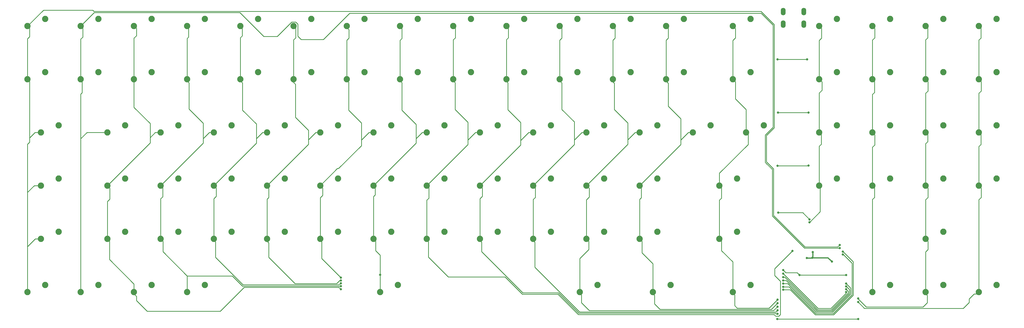
<source format=gtl>
%TF.GenerationSoftware,KiCad,Pcbnew,(5.1.9)-1*%
%TF.CreationDate,2021-04-11T03:40:38-04:00*%
%TF.ProjectId,Progenitor-Tenkey,50726f67-656e-4697-946f-722d54656e6b,rev?*%
%TF.SameCoordinates,Original*%
%TF.FileFunction,Copper,L1,Top*%
%TF.FilePolarity,Positive*%
%FSLAX46Y46*%
G04 Gerber Fmt 4.6, Leading zero omitted, Abs format (unit mm)*
G04 Created by KiCad (PCBNEW (5.1.9)-1) date 2021-04-11 03:40:38*
%MOMM*%
%LPD*%
G01*
G04 APERTURE LIST*
%TA.AperFunction,ComponentPad*%
%ADD10O,1.700000X2.700000*%
%TD*%
%TA.AperFunction,ComponentPad*%
%ADD11C,2.250000*%
%TD*%
%TA.AperFunction,ViaPad*%
%ADD12C,0.800000*%
%TD*%
%TA.AperFunction,Conductor*%
%ADD13C,0.381000*%
%TD*%
%TA.AperFunction,Conductor*%
%ADD14C,0.254000*%
%TD*%
G04 APERTURE END LIST*
D10*
%TO.P,USB1,6*%
%TO.N,GND*%
X356395000Y-232791000D03*
X363695000Y-232791000D03*
X363695000Y-237291000D03*
X356395000Y-237291000D03*
%TD*%
D11*
%TO.P,MX-RAL1,2*%
%TO.N,Net-(D58-Pad2)*%
X289877500Y-330676250D03*
%TO.P,MX-RAL1,1*%
%TO.N,COL11*%
X283527500Y-333216250D03*
%TD*%
%TO.P,MX-RCT1,2*%
%TO.N,Net-(D76-Pad2)*%
X344646250Y-330676250D03*
%TO.P,MX-RCT1,1*%
%TO.N,COL13*%
X338296250Y-333216250D03*
%TD*%
%TO.P,MX-F13,2*%
%TO.N,Net-(D30-Pad2)*%
X177958750Y-292576250D03*
%TO.P,MX-F13,1*%
%TO.N,COL05*%
X171608750Y-295116250D03*
%TD*%
%TO.P,MX-Z1,2*%
%TO.N,Net-(D20-Pad2)*%
X120808750Y-311626250D03*
%TO.P,MX-Z1,1*%
%TO.N,COL02*%
X114458750Y-314166250D03*
%TD*%
%TO.P,MX-Y1,2*%
%TO.N,Net-(D34-Pad2)*%
X216058750Y-273526250D03*
%TO.P,MX-Y1,1*%
%TO.N,COL06*%
X209708750Y-276066250D03*
%TD*%
%TO.P,MX-X1,2*%
%TO.N,Net-(D26-Pad2)*%
X139858750Y-311626250D03*
%TO.P,MX-X1,1*%
%TO.N,COL03*%
X133508750Y-314166250D03*
%TD*%
%TO.P,MX-WIN1,2*%
%TO.N,Net-(D15-Pad2)*%
X130333750Y-330676250D03*
%TO.P,MX-WIN1,1*%
%TO.N,COL02*%
X123983750Y-333216250D03*
%TD*%
%TO.P,MX-W1,2*%
%TO.N,Net-(D13-Pad2)*%
X139858750Y-273526250D03*
%TO.P,MX-W1,1*%
%TO.N,COL02*%
X133508750Y-276066250D03*
%TD*%
%TO.P,MX-V1,2*%
%TO.N,Net-(D36-Pad2)*%
X177958750Y-311626250D03*
%TO.P,MX-V1,1*%
%TO.N,COL05*%
X171608750Y-314166250D03*
%TD*%
%TO.P,MX-UAR1,2*%
%TO.N,Net-(D90-Pad2)*%
X413702500Y-311626250D03*
%TO.P,MX-UAR1,1*%
%TO.N,COL16*%
X407352500Y-314166250D03*
%TD*%
%TO.P,MX-U1,2*%
%TO.N,Net-(D39-Pad2)*%
X235108750Y-273526250D03*
%TO.P,MX-U1,1*%
%TO.N,COL07*%
X228758750Y-276066250D03*
%TD*%
%TO.P,MX-TIL1,2*%
%TO.N,Net-(D2-Pad2)*%
X92233750Y-254476250D03*
%TO.P,MX-TIL1,1*%
%TO.N,COL00*%
X85883750Y-257016250D03*
%TD*%
%TO.P,MX-TAB1,2*%
%TO.N,Net-(D3-Pad2)*%
X96996250Y-273526250D03*
%TO.P,MX-TAB1,1*%
%TO.N,COL00*%
X90646250Y-276066250D03*
%TD*%
%TO.P,MX-T1,2*%
%TO.N,Net-(D29-Pad2)*%
X197008750Y-273526250D03*
%TO.P,MX-T1,1*%
%TO.N,COL05*%
X190658750Y-276066250D03*
%TD*%
%TO.P,MX-SPA1,2*%
%TO.N,Net-(D42-Pad2)*%
X218440000Y-330676250D03*
%TO.P,MX-SPA1,1*%
%TO.N,COL07*%
X212090000Y-333216250D03*
%TD*%
%TO.P,MX-S1,2*%
%TO.N,Net-(D19-Pad2)*%
X139858750Y-292576250D03*
%TO.P,MX-S1,1*%
%TO.N,COL03*%
X133508750Y-295116250D03*
%TD*%
%TO.P,MX-RSH1,2*%
%TO.N,Net-(D75-Pad2)*%
X339883750Y-311626250D03*
%TO.P,MX-RSH1,1*%
%TO.N,COL13*%
X333533750Y-314166250D03*
%TD*%
%TO.P,MX-RBR1,2*%
%TO.N,Net-(D67-Pad2)*%
X330358750Y-273526250D03*
%TO.P,MX-RBR1,1*%
%TO.N,COL12*%
X324008750Y-276066250D03*
%TD*%
%TO.P,MX-RAR1,2*%
%TO.N,Net-(D96-Pad2)*%
X432752500Y-330676250D03*
%TO.P,MX-RAR1,1*%
%TO.N,COL17*%
X426402500Y-333216250D03*
%TD*%
%TO.P,MX-R1,2*%
%TO.N,Net-(D24-Pad2)*%
X177958750Y-273526250D03*
%TO.P,MX-R1,1*%
%TO.N,COL04*%
X171608750Y-276066250D03*
%TD*%
%TO.P,MX-QUO1,2*%
%TO.N,Net-(D68-Pad2)*%
X311308750Y-292576250D03*
%TO.P,MX-QUO1,1*%
%TO.N,COL12*%
X304958750Y-295116250D03*
%TD*%
%TO.P,MX-QUE1,2*%
%TO.N,Net-(D69-Pad2)*%
X292258750Y-311626250D03*
%TO.P,MX-QUE1,1*%
%TO.N,COL11*%
X285908750Y-314166250D03*
%TD*%
%TO.P,MX-Q1,2*%
%TO.N,Net-(D9-Pad2)*%
X120808750Y-273526250D03*
%TO.P,MX-Q1,1*%
%TO.N,COL01*%
X114458750Y-276066250D03*
%TD*%
%TO.P,MX-PRT1,2*%
%TO.N,Net-(D64-Pad2)*%
X316071250Y-330676250D03*
%TO.P,MX-PRT1,1*%
%TO.N,COL12*%
X309721250Y-333216250D03*
%TD*%
%TO.P,MX-PLU1,2*%
%TO.N,Net-(D66-Pad2)*%
X320833750Y-254476250D03*
%TO.P,MX-PLU1,1*%
%TO.N,COL12*%
X314483750Y-257016250D03*
%TD*%
%TO.P,MX-P1,2*%
%TO.N,Net-(D55-Pad2)*%
X292258750Y-273526250D03*
%TO.P,MX-P1,1*%
%TO.N,COL10*%
X285908750Y-276066250D03*
%TD*%
%TO.P,MX-O1,2*%
%TO.N,Net-(D50-Pad2)*%
X273208750Y-273526250D03*
%TO.P,MX-O1,1*%
%TO.N,COL09*%
X266858750Y-276066250D03*
%TD*%
%TO.P,MX-NUM1,2*%
%TO.N,Net-(D80-Pad2)*%
X375602500Y-292576250D03*
%TO.P,MX-NUM1,1*%
%TO.N,COL14*%
X369252500Y-295116250D03*
%TD*%
%TO.P,MX-NSL1,2*%
%TO.N,Net-(D92-Pad2)*%
X432752500Y-235426250D03*
%TO.P,MX-NSL1,1*%
%TO.N,COL17*%
X426402500Y-237966250D03*
%TD*%
%TO.P,MX-NPL1,2*%
%TO.N,Net-(D95-Pad2)*%
X432752500Y-292576250D03*
%TO.P,MX-NPL1,1*%
%TO.N,COL17*%
X426402500Y-295116250D03*
%TD*%
%TO.P,MX-NDE1,2*%
%TO.N,Net-(D89-Pad2)*%
X413702500Y-292576250D03*
%TO.P,MX-NDE1,1*%
%TO.N,COL16*%
X407352500Y-295116250D03*
%TD*%
%TO.P,MX-NDA1,2*%
%TO.N,Net-(D94-Pad2)*%
X432752500Y-273526250D03*
%TO.P,MX-NDA1,1*%
%TO.N,COL17*%
X426402500Y-276066250D03*
%TD*%
%TO.P,MX-NAS1,2*%
%TO.N,Net-(D93-Pad2)*%
X432752500Y-254476250D03*
%TO.P,MX-NAS1,1*%
%TO.N,COL17*%
X426402500Y-257016250D03*
%TD*%
%TO.P,MX-N10,2*%
%TO.N,Net-(D47-Pad2)*%
X216058750Y-311626250D03*
%TO.P,MX-N10,1*%
%TO.N,COL07*%
X209708750Y-314166250D03*
%TD*%
%TO.P,MX-N9,2*%
%TO.N,Net-(D86-Pad2)*%
X413702500Y-235426250D03*
%TO.P,MX-N9,1*%
%TO.N,COL16*%
X407352500Y-237966250D03*
%TD*%
%TO.P,MX-N8,2*%
%TO.N,Net-(D81-Pad2)*%
X394652500Y-235426250D03*
%TO.P,MX-N8,1*%
%TO.N,COL15*%
X388302500Y-237966250D03*
%TD*%
%TO.P,MX-N7,2*%
%TO.N,Net-(D77-Pad2)*%
X375602500Y-235426250D03*
%TO.P,MX-N7,1*%
%TO.N,COL14*%
X369252500Y-237966250D03*
%TD*%
%TO.P,MX-N6,2*%
%TO.N,Net-(D87-Pad2)*%
X413702500Y-254476250D03*
%TO.P,MX-N6,1*%
%TO.N,COL16*%
X407352500Y-257016250D03*
%TD*%
%TO.P,MX-N5,2*%
%TO.N,Net-(D82-Pad2)*%
X394652500Y-254476250D03*
%TO.P,MX-N5,1*%
%TO.N,COL15*%
X388302500Y-257016250D03*
%TD*%
%TO.P,MX-N4,2*%
%TO.N,Net-(D78-Pad2)*%
X375602500Y-254476250D03*
%TO.P,MX-N4,1*%
%TO.N,COL14*%
X369252500Y-257016250D03*
%TD*%
%TO.P,MX-N3,2*%
%TO.N,Net-(D88-Pad2)*%
X413702500Y-273526250D03*
%TO.P,MX-N3,1*%
%TO.N,COL16*%
X407352500Y-276066250D03*
%TD*%
%TO.P,MX-N2,2*%
%TO.N,Net-(D83-Pad2)*%
X394652500Y-273526250D03*
%TO.P,MX-N2,1*%
%TO.N,COL15*%
X388302500Y-276066250D03*
%TD*%
%TO.P,MX-N1,2*%
%TO.N,Net-(D79-Pad2)*%
X375602500Y-273526250D03*
%TO.P,MX-N1,1*%
%TO.N,COL14*%
X369252500Y-276066250D03*
%TD*%
%TO.P,MX-N0,2*%
%TO.N,Net-(D84-Pad2)*%
X394652500Y-292576250D03*
%TO.P,MX-N0,1*%
%TO.N,COL15*%
X388302500Y-295116250D03*
%TD*%
%TO.P,MX-M1,2*%
%TO.N,Net-(D52-Pad2)*%
X235108750Y-311626250D03*
%TO.P,MX-M1,1*%
%TO.N,COL08*%
X228758750Y-314166250D03*
%TD*%
%TO.P,MX-LSH1,2*%
%TO.N,Net-(D5-Pad2)*%
X96996250Y-311626250D03*
%TO.P,MX-LSH1,1*%
%TO.N,COL00*%
X90646250Y-314166250D03*
%TD*%
%TO.P,MX-LFN1,2*%
%TO.N,Net-(D10-Pad2)*%
X111283750Y-330676250D03*
%TO.P,MX-LFN1,1*%
%TO.N,COL01*%
X104933750Y-333216250D03*
%TD*%
%TO.P,MX-LES1,2*%
%TO.N,Net-(D57-Pad2)*%
X254158750Y-311626250D03*
%TO.P,MX-LES1,1*%
%TO.N,COL09*%
X247808750Y-314166250D03*
%TD*%
%TO.P,MX-LCT1,2*%
%TO.N,Net-(D6-Pad2)*%
X92233750Y-330676250D03*
%TO.P,MX-LCT1,1*%
%TO.N,COL00*%
X85883750Y-333216250D03*
%TD*%
%TO.P,MX-LBR1,2*%
%TO.N,Net-(D61-Pad2)*%
X311308750Y-273526250D03*
%TO.P,MX-LBR1,1*%
%TO.N,COL11*%
X304958750Y-276066250D03*
%TD*%
%TO.P,MX-LAR1,2*%
%TO.N,Net-(D85-Pad2)*%
X394652500Y-330676250D03*
%TO.P,MX-LAR1,1*%
%TO.N,COL15*%
X388302500Y-333216250D03*
%TD*%
%TO.P,MX-LAL1,2*%
%TO.N,Net-(D21-Pad2)*%
X149383750Y-330676250D03*
%TO.P,MX-LAL1,1*%
%TO.N,COL03*%
X143033750Y-333216250D03*
%TD*%
%TO.P,MX-L1,2*%
%TO.N,Net-(D56-Pad2)*%
X273208750Y-292576250D03*
%TO.P,MX-L1,1*%
%TO.N,COL10*%
X266858750Y-295116250D03*
%TD*%
%TO.P,MX-K1,2*%
%TO.N,Net-(D51-Pad2)*%
X254158750Y-292576250D03*
%TO.P,MX-K1,1*%
%TO.N,COL09*%
X247808750Y-295116250D03*
%TD*%
%TO.P,MX-J1,2*%
%TO.N,Net-(D46-Pad2)*%
X235108750Y-292576250D03*
%TO.P,MX-J1,1*%
%TO.N,COL08*%
X228758750Y-295116250D03*
%TD*%
%TO.P,MX-I1,2*%
%TO.N,Net-(D45-Pad2)*%
X254158750Y-273526250D03*
%TO.P,MX-I1,1*%
%TO.N,COL08*%
X247808750Y-276066250D03*
%TD*%
%TO.P,MX-H1,2*%
%TO.N,Net-(D40-Pad2)*%
X216058750Y-292576250D03*
%TO.P,MX-H1,1*%
%TO.N,COL07*%
X209708750Y-295116250D03*
%TD*%
%TO.P,MX-GRE1,2*%
%TO.N,Net-(D63-Pad2)*%
X273208750Y-311626250D03*
%TO.P,MX-GRE1,1*%
%TO.N,COL10*%
X266858750Y-314166250D03*
%TD*%
%TO.P,MX-G1,2*%
%TO.N,Net-(D35-Pad2)*%
X197008750Y-292576250D03*
%TO.P,MX-G1,1*%
%TO.N,COL06*%
X190658750Y-295116250D03*
%TD*%
%TO.P,MX-FSL1,2*%
%TO.N,Net-(D73-Pad2)*%
X349408750Y-273526250D03*
%TO.P,MX-FSL1,1*%
%TO.N,COL13*%
X343058750Y-276066250D03*
%TD*%
%TO.P,MX-F12,2*%
%TO.N,Net-(D65-Pad2)*%
X320833750Y-235426250D03*
%TO.P,MX-F12,1*%
%TO.N,COL12*%
X314483750Y-237966250D03*
%TD*%
%TO.P,MX-F11,2*%
%TO.N,Net-(D59-Pad2)*%
X301783750Y-235426250D03*
%TO.P,MX-F11,1*%
%TO.N,COL11*%
X295433750Y-237966250D03*
%TD*%
%TO.P,MX-F10,2*%
%TO.N,Net-(D53-Pad2)*%
X282733750Y-235426250D03*
%TO.P,MX-F10,1*%
%TO.N,COL10*%
X276383750Y-237966250D03*
%TD*%
%TO.P,MX-F9,2*%
%TO.N,Net-(D48-Pad2)*%
X263683750Y-235426250D03*
%TO.P,MX-F9,1*%
%TO.N,COL09*%
X257333750Y-237966250D03*
%TD*%
%TO.P,MX-F8,2*%
%TO.N,Net-(D43-Pad2)*%
X244633750Y-235426250D03*
%TO.P,MX-F8,1*%
%TO.N,COL08*%
X238283750Y-237966250D03*
%TD*%
%TO.P,MX-F7,2*%
%TO.N,Net-(D37-Pad2)*%
X225583750Y-235426250D03*
%TO.P,MX-F7,1*%
%TO.N,COL07*%
X219233750Y-237966250D03*
%TD*%
%TO.P,MX-F6,2*%
%TO.N,Net-(D32-Pad2)*%
X206533750Y-235426250D03*
%TO.P,MX-F6,1*%
%TO.N,COL06*%
X200183750Y-237966250D03*
%TD*%
%TO.P,MX-F5,2*%
%TO.N,Net-(D27-Pad2)*%
X187483750Y-235426250D03*
%TO.P,MX-F5,1*%
%TO.N,COL05*%
X181133750Y-237966250D03*
%TD*%
%TO.P,MX-F4,2*%
%TO.N,Net-(D22-Pad2)*%
X168433750Y-235426250D03*
%TO.P,MX-F4,1*%
%TO.N,COL04*%
X162083750Y-237966250D03*
%TD*%
%TO.P,MX-F3,2*%
%TO.N,Net-(D16-Pad2)*%
X149383750Y-235426250D03*
%TO.P,MX-F3,1*%
%TO.N,COL03*%
X143033750Y-237966250D03*
%TD*%
%TO.P,MX-F2,2*%
%TO.N,Net-(D11-Pad2)*%
X130333750Y-235426250D03*
%TO.P,MX-F2,1*%
%TO.N,COL02*%
X123983750Y-237966250D03*
%TD*%
%TO.P,MX-F1,2*%
%TO.N,Net-(D7-Pad2)*%
X111283750Y-235426250D03*
%TO.P,MX-F1,1*%
%TO.N,COL01*%
X104933750Y-237966250D03*
%TD*%
%TO.P,MX-ESC1,2*%
%TO.N,Net-(D1-Pad2)*%
X92233750Y-235426250D03*
%TO.P,MX-ESC1,1*%
%TO.N,COL00*%
X85883750Y-237966250D03*
%TD*%
%TO.P,MX-ENT1,2*%
%TO.N,Net-(D74-Pad2)*%
X339883750Y-292576250D03*
%TO.P,MX-ENT1,1*%
%TO.N,COL13*%
X333533750Y-295116250D03*
%TD*%
%TO.P,MX-E1,2*%
%TO.N,Net-(D18-Pad2)*%
X158908750Y-273526250D03*
%TO.P,MX-E1,1*%
%TO.N,COL03*%
X152558750Y-276066250D03*
%TD*%
%TO.P,MX-DEL1,2*%
%TO.N,Net-(D71-Pad2)*%
X344646250Y-235426250D03*
%TO.P,MX-DEL1,1*%
%TO.N,COL13*%
X338296250Y-237966250D03*
%TD*%
%TO.P,MX-DAS1,2*%
%TO.N,Net-(D60-Pad2)*%
X301783750Y-254476250D03*
%TO.P,MX-DAS1,1*%
%TO.N,COL11*%
X295433750Y-257016250D03*
%TD*%
%TO.P,MX-DAR1,2*%
%TO.N,Net-(D91-Pad2)*%
X413702500Y-330676250D03*
%TO.P,MX-DAR1,1*%
%TO.N,COL16*%
X407352500Y-333216250D03*
%TD*%
%TO.P,MX-D1,2*%
%TO.N,Net-(D25-Pad2)*%
X158908750Y-292576250D03*
%TO.P,MX-D1,1*%
%TO.N,COL04*%
X152558750Y-295116250D03*
%TD*%
%TO.P,MX-CUR1,2*%
%TO.N,Net-(D70-Pad2)*%
X311308750Y-311626250D03*
%TO.P,MX-CUR1,1*%
%TO.N,COL12*%
X304958750Y-314166250D03*
%TD*%
%TO.P,MX-COL1,2*%
%TO.N,Net-(D62-Pad2)*%
X292258750Y-292576250D03*
%TO.P,MX-COL1,1*%
%TO.N,COL11*%
X285908750Y-295116250D03*
%TD*%
%TO.P,MX-CAP1,2*%
%TO.N,Net-(D4-Pad2)*%
X96996250Y-292576250D03*
%TO.P,MX-CAP1,1*%
%TO.N,COL00*%
X90646250Y-295116250D03*
%TD*%
%TO.P,MX-C1,2*%
%TO.N,Net-(D31-Pad2)*%
X158908750Y-311626250D03*
%TO.P,MX-C1,1*%
%TO.N,COL04*%
X152558750Y-314166250D03*
%TD*%
%TO.P,MX-BAC1,2*%
%TO.N,Net-(D72-Pad2)*%
X344646250Y-254476250D03*
%TO.P,MX-BAC1,1*%
%TO.N,COL13*%
X338296250Y-257016250D03*
%TD*%
%TO.P,MX-B1,2*%
%TO.N,Net-(D41-Pad2)*%
X197008750Y-311626250D03*
%TO.P,MX-B1,1*%
%TO.N,COL06*%
X190658750Y-314166250D03*
%TD*%
%TO.P,MX-A1,2*%
%TO.N,Net-(D14-Pad2)*%
X120808750Y-292576250D03*
%TO.P,MX-A1,1*%
%TO.N,COL02*%
X114458750Y-295116250D03*
%TD*%
%TO.P,MX-9,2*%
%TO.N,Net-(D49-Pad2)*%
X263683750Y-254476250D03*
%TO.P,MX-9,1*%
%TO.N,COL09*%
X257333750Y-257016250D03*
%TD*%
%TO.P,MX-8,2*%
%TO.N,Net-(D44-Pad2)*%
X244633750Y-254476250D03*
%TO.P,MX-8,1*%
%TO.N,COL08*%
X238283750Y-257016250D03*
%TD*%
%TO.P,MX-7,2*%
%TO.N,Net-(D38-Pad2)*%
X225583750Y-254476250D03*
%TO.P,MX-7,1*%
%TO.N,COL07*%
X219233750Y-257016250D03*
%TD*%
%TO.P,MX-6,2*%
%TO.N,Net-(D33-Pad2)*%
X206533750Y-254476250D03*
%TO.P,MX-6,1*%
%TO.N,COL06*%
X200183750Y-257016250D03*
%TD*%
%TO.P,MX-5,2*%
%TO.N,Net-(D28-Pad2)*%
X187483750Y-254476250D03*
%TO.P,MX-5,1*%
%TO.N,COL05*%
X181133750Y-257016250D03*
%TD*%
%TO.P,MX-4,2*%
%TO.N,Net-(D23-Pad2)*%
X168433750Y-254476250D03*
%TO.P,MX-4,1*%
%TO.N,COL04*%
X162083750Y-257016250D03*
%TD*%
%TO.P,MX-3,2*%
%TO.N,Net-(D17-Pad2)*%
X149383750Y-254476250D03*
%TO.P,MX-3,1*%
%TO.N,COL03*%
X143033750Y-257016250D03*
%TD*%
%TO.P,MX-2,2*%
%TO.N,Net-(D12-Pad2)*%
X130333750Y-254476250D03*
%TO.P,MX-2,1*%
%TO.N,COL02*%
X123983750Y-257016250D03*
%TD*%
%TO.P,MX-1,2*%
%TO.N,Net-(D8-Pad2)*%
X111283750Y-254476250D03*
%TO.P,MX-1,1*%
%TO.N,COL01*%
X104933750Y-257016250D03*
%TD*%
%TO.P,MX-0,2*%
%TO.N,Net-(D54-Pad2)*%
X282733750Y-254476250D03*
%TO.P,MX-0,1*%
%TO.N,COL10*%
X276383750Y-257016250D03*
%TD*%
D12*
%TO.N,+5V*%
X364842500Y-321056000D03*
X366903000Y-318897000D03*
X366776000Y-320929000D03*
X373761000Y-322326000D03*
%TO.N,ROW00*%
X354330000Y-249936000D03*
X364871000Y-249936000D03*
%TO.N,ROW01*%
X354457000Y-268986000D03*
X365379000Y-268986000D03*
%TO.N,ROW02*%
X354330000Y-288036000D03*
X365379000Y-287909000D03*
%TO.N,ROW03*%
X354584000Y-304800000D03*
X365760000Y-307213000D03*
%TO.N,ROW04*%
X362204000Y-327152000D03*
X356362000Y-325374000D03*
X378841000Y-327152000D03*
%TO.N,ROW05*%
X354203000Y-342900000D03*
X383159000Y-342900000D03*
%TO.N,COL10*%
X354330000Y-339725000D03*
%TO.N,COL01*%
X376555000Y-317500000D03*
%TO.N,COL02*%
X197993000Y-332232000D03*
X356362000Y-332359000D03*
X377698000Y-318770000D03*
%TO.N,COL03*%
X197993000Y-331089000D03*
X356362000Y-331343000D03*
X377698000Y-319786000D03*
%TO.N,COL04*%
X356362000Y-330200000D03*
X378841000Y-330200000D03*
X197993000Y-330073000D03*
%TO.N,COL05*%
X197993000Y-329057000D03*
X378841000Y-331216000D03*
X356362000Y-329057000D03*
%TO.N,COL06*%
X197993000Y-328041000D03*
X378841000Y-332232000D03*
X356362000Y-327914000D03*
%TO.N,COL07*%
X212090000Y-327025000D03*
X378841000Y-333248000D03*
X356362000Y-326644000D03*
%TO.N,COL08*%
X359664000Y-318516000D03*
%TO.N,COL09*%
X354330000Y-340995000D03*
%TO.N,COL13*%
X354330000Y-335915000D03*
%TO.N,COL00*%
X376555000Y-316357000D03*
%TO.N,COL11*%
X354330000Y-338455000D03*
%TO.N,COL12*%
X354330000Y-337185000D03*
%TO.N,COL16*%
X383159000Y-335534000D03*
%TO.N,COL14*%
X365760000Y-308229000D03*
%TO.N,COL17*%
X383159000Y-336804000D03*
%TD*%
D13*
%TO.N,+5V*%
X364842500Y-321056000D02*
X366522000Y-321056000D01*
X366903000Y-320675000D02*
X366903000Y-318897000D01*
X366712500Y-320865500D02*
X366776000Y-320929000D01*
X366522000Y-321056000D02*
X366712500Y-320865500D01*
X366712500Y-320865500D02*
X366903000Y-320675000D01*
X372364000Y-320929000D02*
X373761000Y-322326000D01*
X366776000Y-320929000D02*
X372364000Y-320929000D01*
D14*
%TO.N,ROW00*%
X354330000Y-249936000D02*
X364871000Y-249936000D01*
%TO.N,ROW01*%
X354457000Y-268986000D02*
X365379000Y-268986000D01*
%TO.N,ROW02*%
X365252000Y-288036000D02*
X365379000Y-287909000D01*
X354330000Y-288036000D02*
X365252000Y-288036000D01*
%TO.N,ROW03*%
X363347000Y-304800000D02*
X365760000Y-307213000D01*
X354584000Y-304800000D02*
X363347000Y-304800000D01*
%TO.N,ROW04*%
X361315000Y-326263000D02*
X362204000Y-327152000D01*
X356362000Y-325374000D02*
X357251000Y-326263000D01*
X357251000Y-326263000D02*
X361315000Y-326263000D01*
X378333000Y-327152000D02*
X362204000Y-327152000D01*
X378333000Y-327152000D02*
X378841000Y-327152000D01*
%TO.N,ROW05*%
X378206000Y-342900000D02*
X383159000Y-342900000D01*
X354203000Y-342900000D02*
X378206000Y-342900000D01*
X378206000Y-342900000D02*
X378460000Y-342900000D01*
%TO.N,COL10*%
X266858750Y-314166250D02*
X266858750Y-300069250D01*
X266858750Y-300069250D02*
X267589000Y-299339000D01*
X267589000Y-295846500D02*
X266858750Y-295116250D01*
X267589000Y-299339000D02*
X267589000Y-295846500D01*
X266858750Y-295116250D02*
X281559000Y-280416000D01*
X284317760Y-276066250D02*
X285908750Y-276066250D01*
X281559000Y-278825010D02*
X284317760Y-276066250D01*
X276383750Y-257016250D02*
X276383750Y-257587750D01*
X276383750Y-257587750D02*
X277114000Y-258318000D01*
X277114000Y-258318000D02*
X277114000Y-267843000D01*
X281559000Y-272288000D02*
X281559000Y-279146000D01*
X277114000Y-267843000D02*
X281559000Y-272288000D01*
X281559000Y-279146000D02*
X281559000Y-278825010D01*
X281559000Y-280416000D02*
X281559000Y-279146000D01*
X276383750Y-257016250D02*
X276383750Y-243046250D01*
X276383750Y-243046250D02*
X277114000Y-242316000D01*
X277114000Y-238696500D02*
X276383750Y-237966250D01*
X277114000Y-242316000D02*
X277114000Y-238696500D01*
X266858750Y-314166250D02*
X266858750Y-314737750D01*
X266858750Y-314737750D02*
X267462000Y-315341000D01*
X267462000Y-315341000D02*
X267462000Y-324358000D01*
X353856970Y-340325030D02*
X354330000Y-339852000D01*
X283429030Y-340325030D02*
X353856970Y-340325030D01*
X267462000Y-324358000D02*
X283429030Y-340325030D01*
%TO.N,COL01*%
X104933750Y-262350250D02*
X105410000Y-261874000D01*
X105410000Y-257492500D02*
X104933750Y-257016250D01*
X105410000Y-261874000D02*
X105410000Y-257492500D01*
X104933750Y-257016250D02*
X104933750Y-242665250D01*
X104933750Y-242665250D02*
X105664000Y-241935000D01*
X105664000Y-238696500D02*
X104933750Y-237966250D01*
X105664000Y-241935000D02*
X105664000Y-238696500D01*
X107156250Y-276066250D02*
X104933750Y-278288750D01*
X114458750Y-276066250D02*
X107156250Y-276066250D01*
X104933750Y-278288750D02*
X104933750Y-262350250D01*
X104933750Y-333216250D02*
X104933750Y-278288750D01*
X352425000Y-289306000D02*
X352425000Y-305943000D01*
X363982000Y-317500000D02*
X376555000Y-317500000D01*
X352425000Y-305943000D02*
X363982000Y-317500000D01*
X349885000Y-286766000D02*
X350266000Y-287147000D01*
X352679000Y-274193000D02*
X349885000Y-276987000D01*
X352679000Y-237617000D02*
X352679000Y-274193000D01*
X348488000Y-233426000D02*
X352679000Y-237617000D01*
X201168000Y-233426000D02*
X348488000Y-233426000D01*
X350139000Y-287020000D02*
X350266000Y-287147000D01*
X350266000Y-287147000D02*
X352425000Y-289306000D01*
X182585751Y-237269289D02*
X182585751Y-241583185D01*
X104933750Y-237966250D02*
X109728000Y-233172000D01*
X109728000Y-233172000D02*
X161860538Y-233172000D01*
X161860538Y-233172000D02*
X170396789Y-241708251D01*
X170396789Y-241708251D02*
X175242787Y-241708251D01*
X349885000Y-276987000D02*
X349885000Y-286766000D01*
X181830711Y-236514249D02*
X182585751Y-237269289D01*
X180436789Y-236514249D02*
X181830711Y-236514249D01*
X183829717Y-242827151D02*
X191766849Y-242827151D01*
X182585751Y-241583185D02*
X183829717Y-242827151D01*
X175242787Y-241708251D02*
X180436789Y-236514249D01*
X191766849Y-242827151D02*
X201168000Y-233426000D01*
%TO.N,COL02*%
X123983750Y-333216250D02*
X123983750Y-330358750D01*
X123983750Y-330358750D02*
X115189000Y-321564000D01*
X115189000Y-314896500D02*
X114458750Y-314166250D01*
X115189000Y-321564000D02*
X115189000Y-314896500D01*
X114458750Y-314166250D02*
X114458750Y-300831250D01*
X114458750Y-300831250D02*
X115316000Y-299974000D01*
X115316000Y-295973500D02*
X114458750Y-295116250D01*
X115316000Y-299974000D02*
X115316000Y-295973500D01*
X129766749Y-279808251D02*
X129766749Y-277903251D01*
X114458750Y-295116250D02*
X129766749Y-279808251D01*
X131603750Y-276066250D02*
X133508750Y-276066250D01*
X129766749Y-277903251D02*
X131603750Y-276066250D01*
X129766749Y-272895749D02*
X129766749Y-277903251D01*
X123983750Y-267112750D02*
X129766749Y-272895749D01*
X123983750Y-257016250D02*
X123983750Y-267112750D01*
X123983750Y-257016250D02*
X123983750Y-242284250D01*
X123983750Y-242284250D02*
X124841000Y-241427000D01*
X124841000Y-238823500D02*
X123983750Y-237966250D01*
X124841000Y-241427000D02*
X124841000Y-238823500D01*
X123983750Y-333216250D02*
X123983750Y-333914750D01*
X123983750Y-333914750D02*
X124841000Y-334772000D01*
X124841000Y-336238434D02*
X128708566Y-340106000D01*
X124841000Y-334772000D02*
X124841000Y-336238434D01*
X154813000Y-340106000D02*
X163375990Y-331543010D01*
X128708566Y-340106000D02*
X154813000Y-340106000D01*
X197304010Y-331543010D02*
X197993000Y-332232000D01*
X163375990Y-331543010D02*
X197304010Y-331543010D01*
X356362000Y-332359000D02*
X358866670Y-332359000D01*
X381419040Y-334314190D02*
X381419040Y-322737973D01*
X374373180Y-341360049D02*
X381419040Y-334314190D01*
X367867719Y-341360050D02*
X374373180Y-341360049D01*
X358866670Y-332359000D02*
X367867719Y-341360050D01*
X377757962Y-318770000D02*
X377698000Y-318770000D01*
X381419040Y-322431078D02*
X377757962Y-318770000D01*
X381419040Y-322737973D02*
X381419040Y-322431078D01*
%TO.N,COL03*%
X143033750Y-333216250D02*
X143033750Y-327437750D01*
X143033750Y-327437750D02*
X134366000Y-318770000D01*
X134366000Y-315023500D02*
X133508750Y-314166250D01*
X134366000Y-318770000D02*
X134366000Y-315023500D01*
X133508750Y-314166250D02*
X133508750Y-299815250D01*
X133508750Y-299815250D02*
X134239000Y-299085000D01*
X134239000Y-295846500D02*
X133508750Y-295116250D01*
X134239000Y-299085000D02*
X134239000Y-295846500D01*
X133508750Y-295116250D02*
X148717000Y-279908000D01*
X150967760Y-276066250D02*
X152558750Y-276066250D01*
X148717000Y-278317010D02*
X150967760Y-276066250D01*
X148717000Y-279908000D02*
X148717000Y-278317010D01*
X143033750Y-257016250D02*
X143033750Y-257714750D01*
X143033750Y-257714750D02*
X143637000Y-258318000D01*
X143637000Y-258318000D02*
X143637000Y-267716000D01*
X148717000Y-272796000D02*
X148717000Y-278317010D01*
X143637000Y-267716000D02*
X148717000Y-272796000D01*
X143033750Y-257016250D02*
X143033750Y-242411250D01*
X143033750Y-242411250D02*
X143510000Y-241935000D01*
X143510000Y-238442500D02*
X143033750Y-237966250D01*
X143510000Y-241935000D02*
X143510000Y-238442500D01*
X162806934Y-331089000D02*
X197993000Y-331089000D01*
X159155684Y-327437750D02*
X162806934Y-331089000D01*
X143033750Y-327437750D02*
X159155684Y-327437750D01*
X356362000Y-331343000D02*
X358492736Y-331343000D01*
X368055776Y-340906040D02*
X368084040Y-340906040D01*
X358492736Y-331343000D02*
X368055776Y-340906040D01*
X368084040Y-340906040D02*
X374185121Y-340906040D01*
X380965030Y-334126133D02*
X380965030Y-323180030D01*
X374185123Y-340906040D02*
X380965030Y-334126133D01*
X374185121Y-340906040D02*
X374185123Y-340906040D01*
X380965030Y-323180030D02*
X380965030Y-322926030D01*
X377825000Y-319786000D02*
X377698000Y-319786000D01*
X380965030Y-322926030D02*
X377825000Y-319786000D01*
%TO.N,COL04*%
X152558750Y-314166250D02*
X152558750Y-299815250D01*
X152558750Y-299815250D02*
X153416000Y-298958000D01*
X153416000Y-295973500D02*
X152558750Y-295116250D01*
X153416000Y-298958000D02*
X153416000Y-295973500D01*
X167767000Y-278317010D02*
X170017760Y-276066250D01*
X167767000Y-279908000D02*
X167767000Y-278317010D01*
X170017760Y-276066250D02*
X171608750Y-276066250D01*
X152558750Y-295116250D02*
X167767000Y-279908000D01*
X162083750Y-257016250D02*
X162083750Y-257587750D01*
X162083750Y-257587750D02*
X162814000Y-258318000D01*
X162814000Y-258318000D02*
X162814000Y-268097000D01*
X167767000Y-273050000D02*
X167767000Y-278317010D01*
X162814000Y-268097000D02*
X167767000Y-273050000D01*
X162083750Y-257016250D02*
X162083750Y-242157250D01*
X162083750Y-242157250D02*
X162687000Y-241554000D01*
X162687000Y-238569500D02*
X162083750Y-237966250D01*
X162687000Y-241554000D02*
X162687000Y-238569500D01*
X368392030Y-340452030D02*
X373997066Y-340452030D01*
X356362000Y-330200000D02*
X357991802Y-330200000D01*
X357991802Y-330200000D02*
X368243832Y-340452030D01*
X368243832Y-340452030D02*
X368392030Y-340452030D01*
X373997066Y-340452030D02*
X374263019Y-340186076D01*
X374263019Y-340186076D02*
X380511020Y-333938076D01*
X380511020Y-333938076D02*
X380511020Y-331810058D01*
X380511020Y-331810058D02*
X378900962Y-330200000D01*
X378900962Y-330200000D02*
X378841000Y-330200000D01*
X197933038Y-330073000D02*
X197993000Y-330073000D01*
X197371048Y-330634990D02*
X197933038Y-330073000D01*
X162994990Y-330634990D02*
X197371048Y-330634990D01*
X153162000Y-320802000D02*
X162994990Y-330634990D01*
X153162000Y-315214000D02*
X153162000Y-320802000D01*
X152558750Y-314610750D02*
X153162000Y-315214000D01*
X152558750Y-314166250D02*
X152558750Y-314610750D01*
%TO.N,COL05*%
X171608750Y-314166250D02*
X171608750Y-299942250D01*
X171608750Y-299942250D02*
X172212000Y-299339000D01*
X172212000Y-295719500D02*
X171608750Y-295116250D01*
X172212000Y-299339000D02*
X172212000Y-295719500D01*
X171608750Y-295116250D02*
X186436000Y-280289000D01*
X186436000Y-278698010D02*
X189067760Y-276066250D01*
X189067760Y-276066250D02*
X190658750Y-276066250D01*
X186436000Y-275336000D02*
X186436000Y-278892000D01*
X181737000Y-270637000D02*
X186436000Y-275336000D01*
X181737000Y-258826000D02*
X181737000Y-270637000D01*
X181133750Y-258222750D02*
X181737000Y-258826000D01*
X181133750Y-257016250D02*
X181133750Y-258222750D01*
X186436000Y-278892000D02*
X186436000Y-278698010D01*
X186436000Y-280289000D02*
X186436000Y-278892000D01*
X181133750Y-257016250D02*
X181133750Y-242919250D01*
X181133750Y-242919250D02*
X181864000Y-242189000D01*
X181864000Y-238696500D02*
X181133750Y-237966250D01*
X181864000Y-242189000D02*
X181864000Y-238696500D01*
X380057010Y-333750019D02*
X380057010Y-332305010D01*
X373809009Y-339998020D02*
X380057010Y-333750019D01*
X378968000Y-331216000D02*
X378841000Y-331216000D01*
X380057010Y-332305010D02*
X378968000Y-331216000D01*
X356362000Y-329057000D02*
X357490868Y-329057000D01*
X368431888Y-339998020D02*
X368573020Y-339998020D01*
X357490868Y-329057000D02*
X368431888Y-339998020D01*
X368573020Y-339998020D02*
X373809009Y-339998020D01*
X197604934Y-329057000D02*
X197993000Y-329057000D01*
X181590980Y-330180980D02*
X196480954Y-330180980D01*
X196480954Y-330180980D02*
X196909967Y-329751967D01*
X172212000Y-320802000D02*
X181590980Y-330180980D01*
X172212000Y-315595000D02*
X172212000Y-320802000D01*
X171608750Y-314991750D02*
X172212000Y-315595000D01*
X171608750Y-314166250D02*
X171608750Y-314991750D01*
X196909967Y-329751967D02*
X197604934Y-329057000D01*
X196753945Y-329907989D02*
X196909967Y-329751967D01*
%TO.N,COL06*%
X190658750Y-314166250D02*
X190658750Y-299434250D01*
X190658750Y-299434250D02*
X191516000Y-298577000D01*
X191516000Y-295973500D02*
X190658750Y-295116250D01*
X191516000Y-298577000D02*
X191516000Y-295973500D01*
X196789651Y-288985349D02*
X197170651Y-288985349D01*
X190658750Y-295116250D02*
X196789651Y-288985349D01*
X197170651Y-288985349D02*
X205359000Y-280797000D01*
X208117760Y-276066250D02*
X209708750Y-276066250D01*
X205359000Y-278825010D02*
X208117760Y-276066250D01*
X200183750Y-257016250D02*
X200183750Y-257460750D01*
X200183750Y-257460750D02*
X200787000Y-258064000D01*
X200787000Y-258064000D02*
X200787000Y-268097000D01*
X205359000Y-272669000D02*
X205359000Y-279019000D01*
X200787000Y-268097000D02*
X205359000Y-272669000D01*
X205359000Y-279019000D02*
X205359000Y-278825010D01*
X205359000Y-280797000D02*
X205359000Y-279019000D01*
X200183750Y-237966250D02*
X200183750Y-238537750D01*
X200183750Y-238537750D02*
X200914000Y-239268000D01*
X200183750Y-257016250D02*
X200183750Y-243046250D01*
X200914000Y-242316000D02*
X200914000Y-239268000D01*
X200183750Y-243046250D02*
X200914000Y-242316000D01*
X190658750Y-314166250D02*
X190658750Y-314483750D01*
X190658750Y-314483750D02*
X191135000Y-314960000D01*
X191135000Y-321183000D02*
X197993000Y-328041000D01*
X191135000Y-314960000D02*
X191135000Y-321183000D01*
X373620952Y-339544010D02*
X379603000Y-333561962D01*
X378900962Y-332232000D02*
X378841000Y-332232000D01*
X379603000Y-332934038D02*
X378900962Y-332232000D01*
X379603000Y-333561962D02*
X379603000Y-332934038D01*
X356362000Y-327914000D02*
X356989934Y-327914000D01*
X368619944Y-339544010D02*
X368734990Y-339544010D01*
X356989934Y-327914000D02*
X368619944Y-339544010D01*
X368734990Y-339544010D02*
X373620952Y-339544010D01*
%TO.N,COL07*%
X212090000Y-320040000D02*
X210439000Y-318389000D01*
X210439000Y-314896500D02*
X209708750Y-314166250D01*
X210439000Y-318389000D02*
X210439000Y-314896500D01*
X209708750Y-314166250D02*
X209708750Y-299053250D01*
X209708750Y-299053250D02*
X210312000Y-298450000D01*
X210312000Y-295719500D02*
X209708750Y-295116250D01*
X210312000Y-298450000D02*
X210312000Y-295719500D01*
X209708750Y-295116250D02*
X224917000Y-279908000D01*
X227167760Y-276066250D02*
X228758750Y-276066250D01*
X224917000Y-278317010D02*
X227167760Y-276066250D01*
X219233750Y-257016250D02*
X219233750Y-257587750D01*
X219233750Y-257587750D02*
X219837000Y-258191000D01*
X219837000Y-258191000D02*
X219837000Y-268097000D01*
X224917000Y-273177000D02*
X224917000Y-278511000D01*
X219837000Y-268097000D02*
X224917000Y-273177000D01*
X224917000Y-278511000D02*
X224917000Y-278317010D01*
X224917000Y-279908000D02*
X224917000Y-278511000D01*
X219233750Y-257016250D02*
X219233750Y-243046250D01*
X219233750Y-243046250D02*
X219837000Y-242443000D01*
X219837000Y-238569500D02*
X219233750Y-237966250D01*
X219837000Y-242443000D02*
X219837000Y-238569500D01*
X212090000Y-333216250D02*
X212090000Y-327025000D01*
X212090000Y-327025000D02*
X212090000Y-320040000D01*
X378841000Y-333248000D02*
X378841000Y-333681896D01*
X378841000Y-333681896D02*
X373432896Y-339090000D01*
X373432896Y-339090000D02*
X372872000Y-339090000D01*
X368808000Y-339090000D02*
X368935000Y-339090000D01*
X368935000Y-339090000D02*
X372999000Y-339090000D01*
X356362000Y-326644000D02*
X368808000Y-339090000D01*
%TO.N,COL08*%
X228758750Y-314166250D02*
X228758750Y-300323250D01*
X228758750Y-300323250D02*
X229489000Y-299593000D01*
X229489000Y-295846500D02*
X228758750Y-295116250D01*
X229489000Y-299593000D02*
X229489000Y-295846500D01*
X228758750Y-295116250D02*
X243459000Y-280416000D01*
X246217760Y-276066250D02*
X247808750Y-276066250D01*
X243459000Y-278825010D02*
X246217760Y-276066250D01*
X238283750Y-257016250D02*
X238283750Y-257587750D01*
X238283750Y-257587750D02*
X238887000Y-258191000D01*
X238887000Y-258191000D02*
X238887000Y-267843000D01*
X243459000Y-272415000D02*
X243459000Y-279146000D01*
X238887000Y-267843000D02*
X243459000Y-272415000D01*
X243459000Y-279146000D02*
X243459000Y-278825010D01*
X243459000Y-280416000D02*
X243459000Y-279146000D01*
X238283750Y-257016250D02*
X238283750Y-242919250D01*
X238283750Y-242919250D02*
X239014000Y-242189000D01*
X239014000Y-238696500D02*
X238283750Y-237966250D01*
X239014000Y-242189000D02*
X239014000Y-238696500D01*
X228758750Y-314166250D02*
X228758750Y-314483750D01*
X228758750Y-314483750D02*
X229362000Y-315087000D01*
X229362000Y-315087000D02*
X229362000Y-320294000D01*
X229362000Y-320294000D02*
X229362000Y-320675000D01*
X236474000Y-327787000D02*
X256786934Y-327787000D01*
X229362000Y-320675000D02*
X236474000Y-327787000D01*
X256786934Y-327787000D02*
X262955943Y-333956010D01*
X262955943Y-333956010D02*
X275775878Y-333956010D01*
X275775878Y-333956010D02*
X283052917Y-341233049D01*
X283052917Y-341233049D02*
X283059983Y-341233050D01*
X353044050Y-341233050D02*
X353695000Y-341884000D01*
X283059983Y-341233050D02*
X353044050Y-341233050D01*
X353695000Y-341884000D02*
X354711000Y-341884000D01*
X354711000Y-341884000D02*
X355346000Y-341249000D01*
X355346000Y-341249000D02*
X355346000Y-329311000D01*
X355346000Y-329311000D02*
X353314000Y-327279000D01*
X353314000Y-327279000D02*
X353314000Y-324866000D01*
X353314000Y-324866000D02*
X359664000Y-318516000D01*
%TO.N,COL09*%
X247808750Y-314166250D02*
X247808750Y-299815250D01*
X247808750Y-299815250D02*
X248666000Y-298958000D01*
X248666000Y-295973500D02*
X247808750Y-295116250D01*
X248666000Y-298958000D02*
X248666000Y-295973500D01*
X247808750Y-295116250D02*
X262382000Y-280543000D01*
X265267760Y-276066250D02*
X266858750Y-276066250D01*
X262382000Y-278952010D02*
X265267760Y-276066250D01*
X257333750Y-257016250D02*
X257333750Y-257841750D01*
X257333750Y-257841750D02*
X257810000Y-258318000D01*
X257810000Y-258318000D02*
X257810000Y-267970000D01*
X257810000Y-267970000D02*
X262382000Y-272542000D01*
X262382000Y-279400000D02*
X262382000Y-278952010D01*
X262382000Y-272542000D02*
X262382000Y-279400000D01*
X262382000Y-280543000D02*
X262382000Y-279400000D01*
X257333750Y-257016250D02*
X257333750Y-242792250D01*
X257333750Y-242792250D02*
X257937000Y-242189000D01*
X257937000Y-238569500D02*
X257333750Y-237966250D01*
X257937000Y-242189000D02*
X257937000Y-238569500D01*
X353764315Y-340995000D02*
X353548355Y-340779040D01*
X354330000Y-340995000D02*
X353764315Y-340995000D01*
X283240974Y-340779040D02*
X283248040Y-340779040D01*
X275963934Y-333502000D02*
X283240974Y-340779040D01*
X248412000Y-318770000D02*
X263144000Y-333502000D01*
X247808750Y-314166250D02*
X247808750Y-314737750D01*
X247808750Y-314737750D02*
X248412000Y-315341000D01*
X263144000Y-333502000D02*
X275963934Y-333502000D01*
X248412000Y-315341000D02*
X248412000Y-318770000D01*
X353548355Y-340779040D02*
X283248040Y-340779040D01*
%TO.N,COL13*%
X338296250Y-333216250D02*
X338296250Y-322421250D01*
X338296250Y-322421250D02*
X334264000Y-318389000D01*
X334264000Y-314896500D02*
X333533750Y-314166250D01*
X334264000Y-318389000D02*
X334264000Y-314896500D01*
X333533750Y-314166250D02*
X333533750Y-300323250D01*
X333533750Y-300323250D02*
X334264000Y-299593000D01*
X334264000Y-295846500D02*
X333533750Y-295116250D01*
X334264000Y-299593000D02*
X334264000Y-295846500D01*
X333533750Y-295116250D02*
X333533750Y-290671250D01*
X333533750Y-290671250D02*
X343789000Y-280416000D01*
X343789000Y-276796500D02*
X343058750Y-276066250D01*
X343789000Y-280416000D02*
X343789000Y-276796500D01*
X343058750Y-276066250D02*
X343058750Y-267874750D01*
X343058750Y-267874750D02*
X339217000Y-264033000D01*
X339217000Y-257937000D02*
X338296250Y-257016250D01*
X339217000Y-264033000D02*
X339217000Y-257937000D01*
X338296250Y-257016250D02*
X338296250Y-243109750D01*
X338296250Y-243109750D02*
X339217000Y-242189000D01*
X339217000Y-238887000D02*
X338296250Y-237966250D01*
X339217000Y-242189000D02*
X339217000Y-238887000D01*
X338296250Y-333216250D02*
X338296250Y-333724250D01*
X338296250Y-333216250D02*
X338296250Y-333597250D01*
X338296250Y-333597250D02*
X338963000Y-334264000D01*
X338963000Y-334264000D02*
X338963000Y-338074000D01*
X338963000Y-338074000D02*
X339852000Y-338963000D01*
X351282000Y-338963000D02*
X354330000Y-335915000D01*
X339852000Y-338963000D02*
X351282000Y-338963000D01*
%TO.N,COL00*%
X85883750Y-280319788D02*
X86614000Y-279589538D01*
X86614000Y-257746500D02*
X85883750Y-257016250D01*
X86614000Y-279589538D02*
X86614000Y-257746500D01*
X85883750Y-257016250D02*
X85883750Y-242538250D01*
X85883750Y-242538250D02*
X86614000Y-241808000D01*
X86614000Y-238696500D02*
X85883750Y-237966250D01*
X86614000Y-241808000D02*
X86614000Y-238696500D01*
X86614000Y-279589538D02*
X86614000Y-278003000D01*
X88550750Y-276066250D02*
X90646250Y-276066250D01*
X86614000Y-278003000D02*
X88550750Y-276066250D01*
X88296750Y-295116250D02*
X85883750Y-297529250D01*
X90646250Y-295116250D02*
X88296750Y-295116250D01*
X85883750Y-297529250D02*
X85883750Y-280319788D01*
X88677750Y-314166250D02*
X85883750Y-316960250D01*
X90646250Y-314166250D02*
X88677750Y-314166250D01*
X85883750Y-316960250D02*
X85883750Y-297529250D01*
X85883750Y-333216250D02*
X85883750Y-316960250D01*
X352879010Y-289117943D02*
X352879010Y-305754944D01*
X352879010Y-305754944D02*
X364170056Y-317045990D01*
X375866010Y-317045990D02*
X376555000Y-316357000D01*
X364170056Y-317045990D02*
X375866010Y-317045990D01*
X350339010Y-277175056D02*
X350339010Y-286577944D01*
X350339010Y-286577944D02*
X350650533Y-286889467D01*
X353133010Y-274381057D02*
X350339010Y-277175056D01*
X350650533Y-286889467D02*
X350904533Y-287143467D01*
X109654990Y-232717990D02*
X348422056Y-232717990D01*
X348422056Y-232717990D02*
X353133010Y-237428943D01*
X109220000Y-232283000D02*
X109654990Y-232717990D01*
X91567000Y-232283000D02*
X109220000Y-232283000D01*
X85883750Y-237966250D02*
X91567000Y-232283000D01*
X353133010Y-237428943D02*
X353133010Y-274381057D01*
X350904533Y-287143467D02*
X352879010Y-289117943D01*
X350593010Y-286831944D02*
X350904533Y-287143467D01*
%TO.N,COL11*%
X283527500Y-333216250D02*
X283527500Y-321246500D01*
X283527500Y-321246500D02*
X286766000Y-318008000D01*
X286766000Y-315023500D02*
X285908750Y-314166250D01*
X286766000Y-318008000D02*
X286766000Y-315023500D01*
X285908750Y-314166250D02*
X285908750Y-300196250D01*
X285908750Y-300196250D02*
X286893000Y-299212000D01*
X286893000Y-296100500D02*
X285908750Y-295116250D01*
X286893000Y-299212000D02*
X286893000Y-296100500D01*
X285908750Y-295116250D02*
X300736000Y-280289000D01*
X303367760Y-276066250D02*
X304958750Y-276066250D01*
X300736000Y-278698010D02*
X303367760Y-276066250D01*
X295433750Y-237966250D02*
X295433750Y-238410750D01*
X295433750Y-257016250D02*
X295433750Y-257968750D01*
X295433750Y-257968750D02*
X295910000Y-258445000D01*
X295910000Y-258445000D02*
X295910000Y-267843000D01*
X300736000Y-272669000D02*
X300736000Y-278892000D01*
X295910000Y-267843000D02*
X300736000Y-272669000D01*
X300736000Y-278892000D02*
X300736000Y-278698010D01*
X300736000Y-280289000D02*
X300736000Y-278892000D01*
X295433750Y-257016250D02*
X295433750Y-243046250D01*
X295433750Y-243046250D02*
X296164000Y-242316000D01*
X296164000Y-238696500D02*
X295433750Y-237966250D01*
X296164000Y-242316000D02*
X296164000Y-238696500D01*
X352913980Y-339871020D02*
X354330000Y-338455000D01*
X284099000Y-337058000D02*
X286912020Y-339871020D01*
X284099000Y-334264000D02*
X284099000Y-337058000D01*
X286912020Y-339871020D02*
X352913980Y-339871020D01*
X283527500Y-333692500D02*
X284099000Y-334264000D01*
X283527500Y-333216250D02*
X283527500Y-333692500D01*
%TO.N,COL12*%
X309721250Y-333216250D02*
X309721250Y-323056250D01*
X309721250Y-323056250D02*
X305816000Y-319151000D01*
X305816000Y-315023500D02*
X304958750Y-314166250D01*
X305816000Y-319151000D02*
X305816000Y-315023500D01*
X304958750Y-314166250D02*
X304958750Y-300069250D01*
X304958750Y-300069250D02*
X305562000Y-299466000D01*
X305562000Y-295719500D02*
X304958750Y-295116250D01*
X305562000Y-299466000D02*
X305562000Y-295719500D01*
X304958750Y-295116250D02*
X319659000Y-280416000D01*
X322417760Y-276066250D02*
X324008750Y-276066250D01*
X319659000Y-278825010D02*
X322417760Y-276066250D01*
X314483750Y-257016250D02*
X314483750Y-257714750D01*
X314483750Y-257714750D02*
X315214000Y-258445000D01*
X315214000Y-258445000D02*
X315214000Y-266700000D01*
X319659000Y-271145000D02*
X319659000Y-279654000D01*
X315214000Y-266700000D02*
X319659000Y-271145000D01*
X319659000Y-279654000D02*
X319659000Y-278825010D01*
X319659000Y-280416000D02*
X319659000Y-279654000D01*
X314483750Y-257016250D02*
X314483750Y-243046250D01*
X314483750Y-243046250D02*
X315214000Y-242316000D01*
X315214000Y-238696500D02*
X314483750Y-237966250D01*
X315214000Y-242316000D02*
X315214000Y-238696500D01*
X309721250Y-333216250D02*
X309721250Y-333851250D01*
X309721250Y-333851250D02*
X310261000Y-334391000D01*
X310261000Y-334391000D02*
X310261000Y-337439000D01*
X352097990Y-339417010D02*
X354330000Y-337185000D01*
X312239010Y-339417010D02*
X352097990Y-339417010D01*
X310261000Y-337439000D02*
X312239010Y-339417010D01*
%TO.N,COL16*%
X407352500Y-333216250D02*
X407352500Y-318833500D01*
X407352500Y-318833500D02*
X408178000Y-318008000D01*
X408178000Y-314991750D02*
X407352500Y-314166250D01*
X408178000Y-318008000D02*
X408178000Y-314991750D01*
X407352500Y-314166250D02*
X407352500Y-300164500D01*
X407352500Y-300164500D02*
X408178000Y-299339000D01*
X408178000Y-295941750D02*
X407352500Y-295116250D01*
X408178000Y-299339000D02*
X408178000Y-295941750D01*
X407352500Y-295116250D02*
X407352500Y-280098500D01*
X407352500Y-280098500D02*
X408051000Y-279400000D01*
X408051000Y-276764750D02*
X407352500Y-276066250D01*
X408051000Y-279400000D02*
X408051000Y-276764750D01*
X407352500Y-276066250D02*
X407352500Y-262064500D01*
X407352500Y-262064500D02*
X408178000Y-261239000D01*
X408178000Y-257841750D02*
X407352500Y-257016250D01*
X408178000Y-261239000D02*
X408178000Y-257841750D01*
X407352500Y-257016250D02*
X407352500Y-242887500D01*
X407352500Y-242887500D02*
X408051000Y-242189000D01*
X408051000Y-238664750D02*
X407352500Y-237966250D01*
X408051000Y-242189000D02*
X408051000Y-238664750D01*
X407352500Y-333216250D02*
X407352500Y-333819500D01*
X407352500Y-333819500D02*
X407924000Y-334391000D01*
X407924000Y-334391000D02*
X407924000Y-337058000D01*
X406400000Y-338582000D02*
X387223000Y-338582000D01*
X407924000Y-337058000D02*
X406400000Y-338582000D01*
X387223000Y-338582000D02*
X386080000Y-338582000D01*
X383159000Y-335661000D02*
X383159000Y-335534000D01*
X386080000Y-338582000D02*
X383159000Y-335661000D01*
%TO.N,COL15*%
X388302500Y-333216250D02*
X388302500Y-300037500D01*
X388302500Y-300037500D02*
X389001000Y-299339000D01*
X389001000Y-295814750D02*
X388302500Y-295116250D01*
X389001000Y-299339000D02*
X389001000Y-295814750D01*
X388302500Y-295116250D02*
X388302500Y-281368500D01*
X388302500Y-281368500D02*
X389128000Y-280543000D01*
X389128000Y-276891750D02*
X388302500Y-276066250D01*
X389128000Y-280543000D02*
X389128000Y-276891750D01*
X388302500Y-276066250D02*
X388302500Y-262445500D01*
X388302500Y-262445500D02*
X389001000Y-261747000D01*
X389001000Y-257714750D02*
X388302500Y-257016250D01*
X389001000Y-261747000D02*
X389001000Y-257714750D01*
X388302500Y-257016250D02*
X388302500Y-243014500D01*
X388302500Y-243014500D02*
X389128000Y-242189000D01*
X389128000Y-238791750D02*
X388302500Y-237966250D01*
X389128000Y-242189000D02*
X389128000Y-238791750D01*
%TO.N,COL14*%
X369252500Y-295116250D02*
X369252500Y-280987500D01*
X369252500Y-280987500D02*
X369951000Y-280289000D01*
X369951000Y-276764750D02*
X369252500Y-276066250D01*
X369951000Y-280289000D02*
X369951000Y-276764750D01*
X369252500Y-276066250D02*
X369252500Y-261937500D01*
X369252500Y-261937500D02*
X370205000Y-260985000D01*
X370205000Y-257968750D02*
X369252500Y-257016250D01*
X370205000Y-260985000D02*
X370205000Y-257968750D01*
X369252500Y-257016250D02*
X369252500Y-243141500D01*
X369252500Y-243141500D02*
X370078000Y-242316000D01*
X370078000Y-238791750D02*
X369252500Y-237966250D01*
X370078000Y-242316000D02*
X370078000Y-238791750D01*
X369252500Y-295116250D02*
X369252500Y-295846500D01*
X369252500Y-295846500D02*
X369570000Y-296164000D01*
X365819962Y-308229000D02*
X365760000Y-308229000D01*
X369570000Y-304478962D02*
X365819962Y-308229000D01*
X369570000Y-296164000D02*
X369570000Y-304478962D01*
%TO.N,COL17*%
X426402500Y-333216250D02*
X426402500Y-300164500D01*
X426402500Y-300164500D02*
X427228000Y-299339000D01*
X427228000Y-295941750D02*
X426402500Y-295116250D01*
X427228000Y-299339000D02*
X427228000Y-295941750D01*
X426402500Y-295116250D02*
X426402500Y-281114500D01*
X426402500Y-281114500D02*
X427101000Y-280416000D01*
X427101000Y-276764750D02*
X426402500Y-276066250D01*
X427101000Y-280416000D02*
X427101000Y-276764750D01*
X426402500Y-276066250D02*
X426402500Y-262064500D01*
X426402500Y-262064500D02*
X427228000Y-261239000D01*
X427228000Y-257841750D02*
X426402500Y-257016250D01*
X427228000Y-261239000D02*
X427228000Y-257841750D01*
X426402500Y-257016250D02*
X426402500Y-243014500D01*
X426402500Y-243014500D02*
X427101000Y-242316000D01*
X427101000Y-238664750D02*
X426402500Y-237966250D01*
X427101000Y-242316000D02*
X427101000Y-238664750D01*
X426402500Y-333216250D02*
X426402500Y-333692500D01*
X426402500Y-333692500D02*
X426212000Y-333883000D01*
X422910000Y-336931000D02*
X422910000Y-335661000D01*
X424688000Y-333883000D02*
X425323000Y-333883000D01*
X425323000Y-333883000D02*
X425226788Y-333883000D01*
X422910000Y-335661000D02*
X424688000Y-333883000D01*
X426212000Y-333883000D02*
X425323000Y-333883000D01*
X385391010Y-339036010D02*
X383159000Y-336804000D01*
X420804990Y-339036010D02*
X385391010Y-339036010D01*
X422910000Y-336931000D02*
X420804990Y-339036010D01*
%TD*%
M02*

</source>
